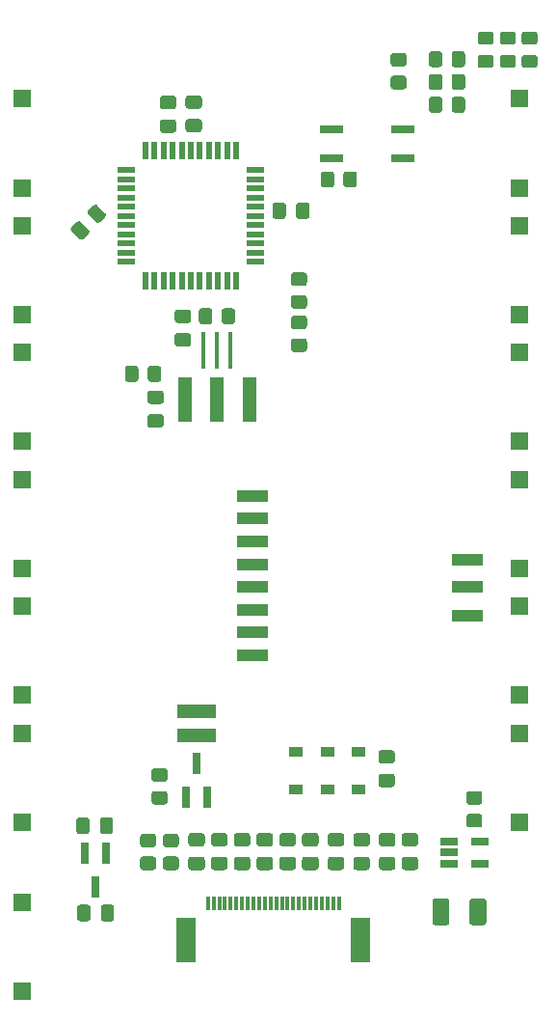
<source format=gbr>
%TF.GenerationSoftware,KiCad,Pcbnew,(5.1.9)-1*%
%TF.CreationDate,2021-03-13T07:57:55+01:00*%
%TF.ProjectId,HB-RC-12-EP-2,48422d52-432d-4313-922d-45502d322e6b,rev?*%
%TF.SameCoordinates,Original*%
%TF.FileFunction,Paste,Top*%
%TF.FilePolarity,Positive*%
%FSLAX46Y46*%
G04 Gerber Fmt 4.6, Leading zero omitted, Abs format (unit mm)*
G04 Created by KiCad (PCBNEW (5.1.9)-1) date 2021-03-13 07:57:55*
%MOMM*%
%LPD*%
G01*
G04 APERTURE LIST*
%ADD10R,0.800000X1.900000*%
%ADD11R,1.560000X0.650000*%
%ADD12R,1.200000X4.000000*%
%ADD13R,0.300000X1.300000*%
%ADD14R,1.800000X4.000000*%
%ADD15R,0.550000X1.500000*%
%ADD16R,1.500000X0.550000*%
%ADD17R,1.200000X0.900000*%
%ADD18R,2.000000X0.640000*%
%ADD19R,2.750000X1.000000*%
%ADD20R,1.500000X1.500000*%
%ADD21R,0.400000X3.200000*%
%ADD22R,3.400000X1.300000*%
G04 APERTURE END LIST*
D10*
%TO.C,Q2*%
X104850000Y-137800000D03*
X105800000Y-140800000D03*
X103900000Y-140800000D03*
%TD*%
%TO.C,U3*%
X95950000Y-148700000D03*
X95000000Y-145700000D03*
X96900000Y-145700000D03*
%TD*%
D11*
%TO.C,U4*%
X129750000Y-144700000D03*
X129750000Y-146600000D03*
X127050000Y-146600000D03*
X127050000Y-145650000D03*
X127050000Y-144700000D03*
%TD*%
D12*
%TO.C,Q3*%
X103800000Y-105900000D03*
X106650000Y-105900000D03*
X109500000Y-105900000D03*
%TD*%
D13*
%TO.C,J3*%
X117350000Y-150100000D03*
X116850000Y-150100000D03*
X116350000Y-150100000D03*
X115850000Y-150100000D03*
X115350000Y-150100000D03*
X114850000Y-150100000D03*
X114350000Y-150100000D03*
X113850000Y-150100000D03*
X113350000Y-150100000D03*
X112850000Y-150100000D03*
X112350000Y-150100000D03*
X111850000Y-150100000D03*
X111350000Y-150100000D03*
X110850000Y-150100000D03*
X110350000Y-150100000D03*
X109850000Y-150100000D03*
X109350000Y-150100000D03*
X108850000Y-150100000D03*
X108350000Y-150100000D03*
X107850000Y-150100000D03*
X107350000Y-150100000D03*
X106850000Y-150100000D03*
X106350000Y-150100000D03*
X105850000Y-150100000D03*
D14*
X103950000Y-153350000D03*
X119250000Y-153350000D03*
%TD*%
%TO.C,R10*%
G36*
G01*
X122149999Y-77500000D02*
X123050001Y-77500000D01*
G75*
G02*
X123300000Y-77749999I0J-249999D01*
G01*
X123300000Y-78450001D01*
G75*
G02*
X123050001Y-78700000I-249999J0D01*
G01*
X122149999Y-78700000D01*
G75*
G02*
X121900000Y-78450001I0J249999D01*
G01*
X121900000Y-77749999D01*
G75*
G02*
X122149999Y-77500000I249999J0D01*
G01*
G37*
G36*
G01*
X122149999Y-75500000D02*
X123050001Y-75500000D01*
G75*
G02*
X123300000Y-75749999I0J-249999D01*
G01*
X123300000Y-76450001D01*
G75*
G02*
X123050001Y-76700000I-249999J0D01*
G01*
X122149999Y-76700000D01*
G75*
G02*
X121900000Y-76450001I0J249999D01*
G01*
X121900000Y-75749999D01*
G75*
G02*
X122149999Y-75500000I249999J0D01*
G01*
G37*
%TD*%
%TO.C,C17*%
G36*
G01*
X94696121Y-90332517D02*
X95367483Y-91003879D01*
G75*
G02*
X95367483Y-91357821I-176971J-176971D01*
G01*
X94890575Y-91834729D01*
G75*
G02*
X94536633Y-91834729I-176971J176971D01*
G01*
X93865271Y-91163367D01*
G75*
G02*
X93865271Y-90809425I176971J176971D01*
G01*
X94342179Y-90332517D01*
G75*
G02*
X94696121Y-90332517I176971J-176971D01*
G01*
G37*
G36*
G01*
X96163173Y-88865076D02*
X96834924Y-89536827D01*
G75*
G02*
X96834924Y-89890381I-176777J-176777D01*
G01*
X96357627Y-90367678D01*
G75*
G02*
X96004073Y-90367678I-176777J176777D01*
G01*
X95332322Y-89695927D01*
G75*
G02*
X95332322Y-89342373I176777J176777D01*
G01*
X95809619Y-88865076D01*
G75*
G02*
X96163173Y-88865076I176777J-176777D01*
G01*
G37*
%TD*%
D15*
%TO.C,U1*%
X100350000Y-95500000D03*
X101150000Y-95500000D03*
X101950000Y-95500000D03*
X102750000Y-95500000D03*
X103550000Y-95500000D03*
X104350000Y-95500000D03*
X105150000Y-95500000D03*
X105950000Y-95500000D03*
X106750000Y-95500000D03*
X107550000Y-95500000D03*
X108350000Y-95500000D03*
D16*
X110050000Y-93800000D03*
X110050000Y-93000000D03*
X110050000Y-92200000D03*
X110050000Y-91400000D03*
X110050000Y-90600000D03*
X110050000Y-89800000D03*
X110050000Y-89000000D03*
X110050000Y-88200000D03*
X110050000Y-87400000D03*
X110050000Y-86600000D03*
X110050000Y-85800000D03*
D15*
X108350000Y-84100000D03*
X107550000Y-84100000D03*
X106750000Y-84100000D03*
X105950000Y-84100000D03*
X105150000Y-84100000D03*
X104350000Y-84100000D03*
X103550000Y-84100000D03*
X102750000Y-84100000D03*
X101950000Y-84100000D03*
X101150000Y-84100000D03*
X100350000Y-84100000D03*
D16*
X98650000Y-85800000D03*
X98650000Y-86600000D03*
X98650000Y-87400000D03*
X98650000Y-88200000D03*
X98650000Y-89000000D03*
X98650000Y-89800000D03*
X98650000Y-90600000D03*
X98650000Y-91400000D03*
X98650000Y-92200000D03*
X98650000Y-93000000D03*
X98650000Y-93800000D03*
%TD*%
%TO.C,R8*%
G36*
G01*
X102050001Y-139450000D02*
X101149999Y-139450000D01*
G75*
G02*
X100900000Y-139200001I0J249999D01*
G01*
X100900000Y-138499999D01*
G75*
G02*
X101149999Y-138250000I249999J0D01*
G01*
X102050001Y-138250000D01*
G75*
G02*
X102300000Y-138499999I0J-249999D01*
G01*
X102300000Y-139200001D01*
G75*
G02*
X102050001Y-139450000I-249999J0D01*
G01*
G37*
G36*
G01*
X102050001Y-141450000D02*
X101149999Y-141450000D01*
G75*
G02*
X100900000Y-141200001I0J249999D01*
G01*
X100900000Y-140499999D01*
G75*
G02*
X101149999Y-140250000I249999J0D01*
G01*
X102050001Y-140250000D01*
G75*
G02*
X102300000Y-140499999I0J-249999D01*
G01*
X102300000Y-141200001D01*
G75*
G02*
X102050001Y-141450000I-249999J0D01*
G01*
G37*
%TD*%
%TO.C,R8-2*%
G36*
G01*
X101050001Y-145200000D02*
X100149999Y-145200000D01*
G75*
G02*
X99900000Y-144950001I0J249999D01*
G01*
X99900000Y-144249999D01*
G75*
G02*
X100149999Y-144000000I249999J0D01*
G01*
X101050001Y-144000000D01*
G75*
G02*
X101300000Y-144249999I0J-249999D01*
G01*
X101300000Y-144950001D01*
G75*
G02*
X101050001Y-145200000I-249999J0D01*
G01*
G37*
G36*
G01*
X101050001Y-147200000D02*
X100149999Y-147200000D01*
G75*
G02*
X99900000Y-146950001I0J249999D01*
G01*
X99900000Y-146249999D01*
G75*
G02*
X100149999Y-146000000I249999J0D01*
G01*
X101050001Y-146000000D01*
G75*
G02*
X101300000Y-146249999I0J-249999D01*
G01*
X101300000Y-146950001D01*
G75*
G02*
X101050001Y-147200000I-249999J0D01*
G01*
G37*
%TD*%
%TO.C,C4*%
G36*
G01*
X111325000Y-145112500D02*
X110375000Y-145112500D01*
G75*
G02*
X110125000Y-144862500I0J250000D01*
G01*
X110125000Y-144187500D01*
G75*
G02*
X110375000Y-143937500I250000J0D01*
G01*
X111325000Y-143937500D01*
G75*
G02*
X111575000Y-144187500I0J-250000D01*
G01*
X111575000Y-144862500D01*
G75*
G02*
X111325000Y-145112500I-250000J0D01*
G01*
G37*
G36*
G01*
X111325000Y-147187500D02*
X110375000Y-147187500D01*
G75*
G02*
X110125000Y-146937500I0J250000D01*
G01*
X110125000Y-146262500D01*
G75*
G02*
X110375000Y-146012500I250000J0D01*
G01*
X111325000Y-146012500D01*
G75*
G02*
X111575000Y-146262500I0J-250000D01*
G01*
X111575000Y-146937500D01*
G75*
G02*
X111325000Y-147187500I-250000J0D01*
G01*
G37*
%TD*%
D17*
%TO.C,D5*%
X119100000Y-140100000D03*
X119100000Y-136800000D03*
%TD*%
%TO.C,D4*%
X116350000Y-136800000D03*
X116350000Y-140100000D03*
%TD*%
%TO.C,R12*%
G36*
G01*
X106250000Y-98149999D02*
X106250000Y-99050001D01*
G75*
G02*
X106000001Y-99300000I-249999J0D01*
G01*
X105299999Y-99300000D01*
G75*
G02*
X105050000Y-99050001I0J249999D01*
G01*
X105050000Y-98149999D01*
G75*
G02*
X105299999Y-97900000I249999J0D01*
G01*
X106000001Y-97900000D01*
G75*
G02*
X106250000Y-98149999I0J-249999D01*
G01*
G37*
G36*
G01*
X108250000Y-98149999D02*
X108250000Y-99050001D01*
G75*
G02*
X108000001Y-99300000I-249999J0D01*
G01*
X107299999Y-99300000D01*
G75*
G02*
X107050000Y-99050001I0J249999D01*
G01*
X107050000Y-98149999D01*
G75*
G02*
X107299999Y-97900000I249999J0D01*
G01*
X108000001Y-97900000D01*
G75*
G02*
X108250000Y-98149999I0J-249999D01*
G01*
G37*
%TD*%
D18*
%TO.C,U5*%
X116700000Y-84720000D03*
X116700000Y-82180000D03*
X123000000Y-82180000D03*
X123000000Y-84720000D03*
%TD*%
D19*
%TO.C,U2*%
X109750000Y-128350000D03*
X109750000Y-126350000D03*
X109750000Y-124350000D03*
X128650000Y-124850000D03*
X109750000Y-122350000D03*
X128650000Y-122350000D03*
X109750000Y-120350000D03*
X128650000Y-119950000D03*
X109750000Y-118350000D03*
X109750000Y-116350000D03*
X109750000Y-114350000D03*
%TD*%
D20*
%TO.C,SW13*%
X89500000Y-150000000D03*
X89500000Y-157800000D03*
%TD*%
%TO.C,SW12*%
X133200000Y-135180000D03*
X133200000Y-142980000D03*
%TD*%
%TO.C,SW11*%
X133200000Y-131850000D03*
X133200000Y-124050000D03*
%TD*%
%TO.C,SW10*%
X133200000Y-112920000D03*
X133200000Y-120720000D03*
%TD*%
%TO.C,SW9*%
X133200000Y-101790000D03*
X133200000Y-109590000D03*
%TD*%
%TO.C,SW8*%
X133200000Y-90660000D03*
X133200000Y-98460000D03*
%TD*%
%TO.C,SW7*%
X133200000Y-87330000D03*
X133200000Y-79530000D03*
%TD*%
%TO.C,SW6*%
X89500000Y-135200000D03*
X89500000Y-143000000D03*
%TD*%
%TO.C,SW5*%
X89500000Y-124050000D03*
X89500000Y-131850000D03*
%TD*%
%TO.C,SW4*%
X89500000Y-112920000D03*
X89500000Y-120720000D03*
%TD*%
%TO.C,SW3*%
X89500000Y-101790000D03*
X89500000Y-109590000D03*
%TD*%
%TO.C,SW2*%
X89500000Y-90660000D03*
X89500000Y-98460000D03*
%TD*%
%TO.C,SW1*%
X89500000Y-79530000D03*
X89500000Y-87330000D03*
%TD*%
%TO.C,R8-1*%
G36*
G01*
X103050001Y-145200000D02*
X102149999Y-145200000D01*
G75*
G02*
X101900000Y-144950001I0J249999D01*
G01*
X101900000Y-144249999D01*
G75*
G02*
X102149999Y-144000000I249999J0D01*
G01*
X103050001Y-144000000D01*
G75*
G02*
X103300000Y-144249999I0J-249999D01*
G01*
X103300000Y-144950001D01*
G75*
G02*
X103050001Y-145200000I-249999J0D01*
G01*
G37*
G36*
G01*
X103050001Y-147200000D02*
X102149999Y-147200000D01*
G75*
G02*
X101900000Y-146950001I0J249999D01*
G01*
X101900000Y-146249999D01*
G75*
G02*
X102149999Y-146000000I249999J0D01*
G01*
X103050001Y-146000000D01*
G75*
G02*
X103300000Y-146249999I0J-249999D01*
G01*
X103300000Y-146950001D01*
G75*
G02*
X103050001Y-147200000I-249999J0D01*
G01*
G37*
%TD*%
%TO.C,R13*%
G36*
G01*
X116950000Y-86149999D02*
X116950000Y-87050001D01*
G75*
G02*
X116700001Y-87300000I-249999J0D01*
G01*
X115999999Y-87300000D01*
G75*
G02*
X115750000Y-87050001I0J249999D01*
G01*
X115750000Y-86149999D01*
G75*
G02*
X115999999Y-85900000I249999J0D01*
G01*
X116700001Y-85900000D01*
G75*
G02*
X116950000Y-86149999I0J-249999D01*
G01*
G37*
G36*
G01*
X118950000Y-86149999D02*
X118950000Y-87050001D01*
G75*
G02*
X118700001Y-87300000I-249999J0D01*
G01*
X117999999Y-87300000D01*
G75*
G02*
X117750000Y-87050001I0J249999D01*
G01*
X117750000Y-86149999D01*
G75*
G02*
X117999999Y-85900000I249999J0D01*
G01*
X118700001Y-85900000D01*
G75*
G02*
X118950000Y-86149999I0J-249999D01*
G01*
G37*
%TD*%
%TO.C,R11*%
G36*
G01*
X127250000Y-76500001D02*
X127250000Y-75599999D01*
G75*
G02*
X127499999Y-75350000I249999J0D01*
G01*
X128200001Y-75350000D01*
G75*
G02*
X128450000Y-75599999I0J-249999D01*
G01*
X128450000Y-76500001D01*
G75*
G02*
X128200001Y-76750000I-249999J0D01*
G01*
X127499999Y-76750000D01*
G75*
G02*
X127250000Y-76500001I0J249999D01*
G01*
G37*
G36*
G01*
X125250000Y-76500001D02*
X125250000Y-75599999D01*
G75*
G02*
X125499999Y-75350000I249999J0D01*
G01*
X126200001Y-75350000D01*
G75*
G02*
X126450000Y-75599999I0J-249999D01*
G01*
X126450000Y-76500001D01*
G75*
G02*
X126200001Y-76750000I-249999J0D01*
G01*
X125499999Y-76750000D01*
G75*
G02*
X125250000Y-76500001I0J249999D01*
G01*
G37*
%TD*%
%TO.C,R9*%
G36*
G01*
X129700001Y-141450000D02*
X128799999Y-141450000D01*
G75*
G02*
X128550000Y-141200001I0J249999D01*
G01*
X128550000Y-140499999D01*
G75*
G02*
X128799999Y-140250000I249999J0D01*
G01*
X129700001Y-140250000D01*
G75*
G02*
X129950000Y-140499999I0J-249999D01*
G01*
X129950000Y-141200001D01*
G75*
G02*
X129700001Y-141450000I-249999J0D01*
G01*
G37*
G36*
G01*
X129700001Y-143450000D02*
X128799999Y-143450000D01*
G75*
G02*
X128550000Y-143200001I0J249999D01*
G01*
X128550000Y-142499999D01*
G75*
G02*
X128799999Y-142250000I249999J0D01*
G01*
X129700001Y-142250000D01*
G75*
G02*
X129950000Y-142499999I0J-249999D01*
G01*
X129950000Y-143200001D01*
G75*
G02*
X129700001Y-143450000I-249999J0D01*
G01*
G37*
%TD*%
%TO.C,R5*%
G36*
G01*
X114300001Y-95950000D02*
X113399999Y-95950000D01*
G75*
G02*
X113150000Y-95700001I0J249999D01*
G01*
X113150000Y-94999999D01*
G75*
G02*
X113399999Y-94750000I249999J0D01*
G01*
X114300001Y-94750000D01*
G75*
G02*
X114550000Y-94999999I0J-249999D01*
G01*
X114550000Y-95700001D01*
G75*
G02*
X114300001Y-95950000I-249999J0D01*
G01*
G37*
G36*
G01*
X114300001Y-97950000D02*
X113399999Y-97950000D01*
G75*
G02*
X113150000Y-97700001I0J249999D01*
G01*
X113150000Y-96999999D01*
G75*
G02*
X113399999Y-96750000I249999J0D01*
G01*
X114300001Y-96750000D01*
G75*
G02*
X114550000Y-96999999I0J-249999D01*
G01*
X114550000Y-97700001D01*
G75*
G02*
X114300001Y-97950000I-249999J0D01*
G01*
G37*
%TD*%
%TO.C,R4*%
G36*
G01*
X114300001Y-99750000D02*
X113399999Y-99750000D01*
G75*
G02*
X113150000Y-99500001I0J249999D01*
G01*
X113150000Y-98799999D01*
G75*
G02*
X113399999Y-98550000I249999J0D01*
G01*
X114300001Y-98550000D01*
G75*
G02*
X114550000Y-98799999I0J-249999D01*
G01*
X114550000Y-99500001D01*
G75*
G02*
X114300001Y-99750000I-249999J0D01*
G01*
G37*
G36*
G01*
X114300001Y-101750000D02*
X113399999Y-101750000D01*
G75*
G02*
X113150000Y-101500001I0J249999D01*
G01*
X113150000Y-100799999D01*
G75*
G02*
X113399999Y-100550000I249999J0D01*
G01*
X114300001Y-100550000D01*
G75*
G02*
X114550000Y-100799999I0J-249999D01*
G01*
X114550000Y-101500001D01*
G75*
G02*
X114300001Y-101750000I-249999J0D01*
G01*
G37*
%TD*%
%TO.C,R3*%
G36*
G01*
X100550000Y-104100001D02*
X100550000Y-103199999D01*
G75*
G02*
X100799999Y-102950000I249999J0D01*
G01*
X101500001Y-102950000D01*
G75*
G02*
X101750000Y-103199999I0J-249999D01*
G01*
X101750000Y-104100001D01*
G75*
G02*
X101500001Y-104350000I-249999J0D01*
G01*
X100799999Y-104350000D01*
G75*
G02*
X100550000Y-104100001I0J249999D01*
G01*
G37*
G36*
G01*
X98550000Y-104100001D02*
X98550000Y-103199999D01*
G75*
G02*
X98799999Y-102950000I249999J0D01*
G01*
X99500001Y-102950000D01*
G75*
G02*
X99750000Y-103199999I0J-249999D01*
G01*
X99750000Y-104100001D01*
G75*
G02*
X99500001Y-104350000I-249999J0D01*
G01*
X98799999Y-104350000D01*
G75*
G02*
X98550000Y-104100001I0J249999D01*
G01*
G37*
%TD*%
%TO.C,R2*%
G36*
G01*
X127250000Y-78500001D02*
X127250000Y-77599999D01*
G75*
G02*
X127499999Y-77350000I249999J0D01*
G01*
X128200001Y-77350000D01*
G75*
G02*
X128450000Y-77599999I0J-249999D01*
G01*
X128450000Y-78500001D01*
G75*
G02*
X128200001Y-78750000I-249999J0D01*
G01*
X127499999Y-78750000D01*
G75*
G02*
X127250000Y-78500001I0J249999D01*
G01*
G37*
G36*
G01*
X125250000Y-78500001D02*
X125250000Y-77599999D01*
G75*
G02*
X125499999Y-77350000I249999J0D01*
G01*
X126200001Y-77350000D01*
G75*
G02*
X126450000Y-77599999I0J-249999D01*
G01*
X126450000Y-78500001D01*
G75*
G02*
X126200001Y-78750000I-249999J0D01*
G01*
X125499999Y-78750000D01*
G75*
G02*
X125250000Y-78500001I0J249999D01*
G01*
G37*
%TD*%
%TO.C,R1*%
G36*
G01*
X127250000Y-80500001D02*
X127250000Y-79599999D01*
G75*
G02*
X127499999Y-79350000I249999J0D01*
G01*
X128200001Y-79350000D01*
G75*
G02*
X128450000Y-79599999I0J-249999D01*
G01*
X128450000Y-80500001D01*
G75*
G02*
X128200001Y-80750000I-249999J0D01*
G01*
X127499999Y-80750000D01*
G75*
G02*
X127250000Y-80500001I0J249999D01*
G01*
G37*
G36*
G01*
X125250000Y-80500001D02*
X125250000Y-79599999D01*
G75*
G02*
X125499999Y-79350000I249999J0D01*
G01*
X126200001Y-79350000D01*
G75*
G02*
X126450000Y-79599999I0J-249999D01*
G01*
X126450000Y-80500001D01*
G75*
G02*
X126200001Y-80750000I-249999J0D01*
G01*
X125499999Y-80750000D01*
G75*
G02*
X125250000Y-80500001I0J249999D01*
G01*
G37*
%TD*%
D21*
%TO.C,Q1*%
X105450000Y-101600000D03*
X106650000Y-101600000D03*
X107850000Y-101600000D03*
%TD*%
D22*
%TO.C,L1*%
X104850000Y-135350000D03*
X104850000Y-133250000D03*
%TD*%
%TO.C,D6*%
G36*
G01*
X130700001Y-74775000D02*
X129799999Y-74775000D01*
G75*
G02*
X129550000Y-74525001I0J249999D01*
G01*
X129550000Y-73874999D01*
G75*
G02*
X129799999Y-73625000I249999J0D01*
G01*
X130700001Y-73625000D01*
G75*
G02*
X130950000Y-73874999I0J-249999D01*
G01*
X130950000Y-74525001D01*
G75*
G02*
X130700001Y-74775000I-249999J0D01*
G01*
G37*
G36*
G01*
X130700001Y-76825000D02*
X129799999Y-76825000D01*
G75*
G02*
X129550000Y-76575001I0J249999D01*
G01*
X129550000Y-75924999D01*
G75*
G02*
X129799999Y-75675000I249999J0D01*
G01*
X130700001Y-75675000D01*
G75*
G02*
X130950000Y-75924999I0J-249999D01*
G01*
X130950000Y-76575001D01*
G75*
G02*
X130700001Y-76825000I-249999J0D01*
G01*
G37*
%TD*%
D17*
%TO.C,D3*%
X113600000Y-136800000D03*
X113600000Y-140100000D03*
%TD*%
%TO.C,D2*%
G36*
G01*
X131749999Y-73625000D02*
X132650001Y-73625000D01*
G75*
G02*
X132900000Y-73874999I0J-249999D01*
G01*
X132900000Y-74525001D01*
G75*
G02*
X132650001Y-74775000I-249999J0D01*
G01*
X131749999Y-74775000D01*
G75*
G02*
X131500000Y-74525001I0J249999D01*
G01*
X131500000Y-73874999D01*
G75*
G02*
X131749999Y-73625000I249999J0D01*
G01*
G37*
G36*
G01*
X131749999Y-75675000D02*
X132650001Y-75675000D01*
G75*
G02*
X132900000Y-75924999I0J-249999D01*
G01*
X132900000Y-76575001D01*
G75*
G02*
X132650001Y-76825000I-249999J0D01*
G01*
X131749999Y-76825000D01*
G75*
G02*
X131500000Y-76575001I0J249999D01*
G01*
X131500000Y-75924999D01*
G75*
G02*
X131749999Y-75675000I249999J0D01*
G01*
G37*
%TD*%
%TO.C,D1*%
G36*
G01*
X133649999Y-73625000D02*
X134550001Y-73625000D01*
G75*
G02*
X134800000Y-73874999I0J-249999D01*
G01*
X134800000Y-74525001D01*
G75*
G02*
X134550001Y-74775000I-249999J0D01*
G01*
X133649999Y-74775000D01*
G75*
G02*
X133400000Y-74525001I0J249999D01*
G01*
X133400000Y-73874999D01*
G75*
G02*
X133649999Y-73625000I249999J0D01*
G01*
G37*
G36*
G01*
X133649999Y-75675000D02*
X134550001Y-75675000D01*
G75*
G02*
X134800000Y-75924999I0J-249999D01*
G01*
X134800000Y-76575001D01*
G75*
G02*
X134550001Y-76825000I-249999J0D01*
G01*
X133649999Y-76825000D01*
G75*
G02*
X133400000Y-76575001I0J249999D01*
G01*
X133400000Y-75924999D01*
G75*
G02*
X133649999Y-75675000I249999J0D01*
G01*
G37*
%TD*%
%TO.C,C20*%
G36*
G01*
X96350000Y-143775000D02*
X96350000Y-142825000D01*
G75*
G02*
X96600000Y-142575000I250000J0D01*
G01*
X97275000Y-142575000D01*
G75*
G02*
X97525000Y-142825000I0J-250000D01*
G01*
X97525000Y-143775000D01*
G75*
G02*
X97275000Y-144025000I-250000J0D01*
G01*
X96600000Y-144025000D01*
G75*
G02*
X96350000Y-143775000I0J250000D01*
G01*
G37*
G36*
G01*
X94275000Y-143775000D02*
X94275000Y-142825000D01*
G75*
G02*
X94525000Y-142575000I250000J0D01*
G01*
X95200000Y-142575000D01*
G75*
G02*
X95450000Y-142825000I0J-250000D01*
G01*
X95450000Y-143775000D01*
G75*
G02*
X95200000Y-144025000I-250000J0D01*
G01*
X94525000Y-144025000D01*
G75*
G02*
X94275000Y-143775000I0J250000D01*
G01*
G37*
%TD*%
%TO.C,C19*%
G36*
G01*
X95537500Y-150475000D02*
X95537500Y-151425000D01*
G75*
G02*
X95287500Y-151675000I-250000J0D01*
G01*
X94612500Y-151675000D01*
G75*
G02*
X94362500Y-151425000I0J250000D01*
G01*
X94362500Y-150475000D01*
G75*
G02*
X94612500Y-150225000I250000J0D01*
G01*
X95287500Y-150225000D01*
G75*
G02*
X95537500Y-150475000I0J-250000D01*
G01*
G37*
G36*
G01*
X97612500Y-150475000D02*
X97612500Y-151425000D01*
G75*
G02*
X97362500Y-151675000I-250000J0D01*
G01*
X96687500Y-151675000D01*
G75*
G02*
X96437500Y-151425000I0J250000D01*
G01*
X96437500Y-150475000D01*
G75*
G02*
X96687500Y-150225000I250000J0D01*
G01*
X97362500Y-150225000D01*
G75*
G02*
X97612500Y-150475000I0J-250000D01*
G01*
G37*
%TD*%
%TO.C,C18*%
G36*
G01*
X127075000Y-149925000D02*
X127075000Y-151775000D01*
G75*
G02*
X126825000Y-152025000I-250000J0D01*
G01*
X125825000Y-152025000D01*
G75*
G02*
X125575000Y-151775000I0J250000D01*
G01*
X125575000Y-149925000D01*
G75*
G02*
X125825000Y-149675000I250000J0D01*
G01*
X126825000Y-149675000D01*
G75*
G02*
X127075000Y-149925000I0J-250000D01*
G01*
G37*
G36*
G01*
X130325000Y-149925000D02*
X130325000Y-151775000D01*
G75*
G02*
X130075000Y-152025000I-250000J0D01*
G01*
X129075000Y-152025000D01*
G75*
G02*
X128825000Y-151775000I0J250000D01*
G01*
X128825000Y-149925000D01*
G75*
G02*
X129075000Y-149675000I250000J0D01*
G01*
X130075000Y-149675000D01*
G75*
G02*
X130325000Y-149925000I0J-250000D01*
G01*
G37*
%TD*%
%TO.C,C16*%
G36*
G01*
X105075000Y-80400000D02*
X104125000Y-80400000D01*
G75*
G02*
X103875000Y-80150000I0J250000D01*
G01*
X103875000Y-79475000D01*
G75*
G02*
X104125000Y-79225000I250000J0D01*
G01*
X105075000Y-79225000D01*
G75*
G02*
X105325000Y-79475000I0J-250000D01*
G01*
X105325000Y-80150000D01*
G75*
G02*
X105075000Y-80400000I-250000J0D01*
G01*
G37*
G36*
G01*
X105075000Y-82475000D02*
X104125000Y-82475000D01*
G75*
G02*
X103875000Y-82225000I0J250000D01*
G01*
X103875000Y-81550000D01*
G75*
G02*
X104125000Y-81300000I250000J0D01*
G01*
X105075000Y-81300000D01*
G75*
G02*
X105325000Y-81550000I0J-250000D01*
G01*
X105325000Y-82225000D01*
G75*
G02*
X105075000Y-82475000I-250000J0D01*
G01*
G37*
%TD*%
%TO.C,C15*%
G36*
G01*
X113600000Y-89825000D02*
X113600000Y-88875000D01*
G75*
G02*
X113850000Y-88625000I250000J0D01*
G01*
X114525000Y-88625000D01*
G75*
G02*
X114775000Y-88875000I0J-250000D01*
G01*
X114775000Y-89825000D01*
G75*
G02*
X114525000Y-90075000I-250000J0D01*
G01*
X113850000Y-90075000D01*
G75*
G02*
X113600000Y-89825000I0J250000D01*
G01*
G37*
G36*
G01*
X111525000Y-89825000D02*
X111525000Y-88875000D01*
G75*
G02*
X111775000Y-88625000I250000J0D01*
G01*
X112450000Y-88625000D01*
G75*
G02*
X112700000Y-88875000I0J-250000D01*
G01*
X112700000Y-89825000D01*
G75*
G02*
X112450000Y-90075000I-250000J0D01*
G01*
X111775000Y-90075000D01*
G75*
G02*
X111525000Y-89825000I0J250000D01*
G01*
G37*
%TD*%
%TO.C,C14*%
G36*
G01*
X103175000Y-100087500D02*
X104125000Y-100087500D01*
G75*
G02*
X104375000Y-100337500I0J-250000D01*
G01*
X104375000Y-101012500D01*
G75*
G02*
X104125000Y-101262500I-250000J0D01*
G01*
X103175000Y-101262500D01*
G75*
G02*
X102925000Y-101012500I0J250000D01*
G01*
X102925000Y-100337500D01*
G75*
G02*
X103175000Y-100087500I250000J0D01*
G01*
G37*
G36*
G01*
X103175000Y-98012500D02*
X104125000Y-98012500D01*
G75*
G02*
X104375000Y-98262500I0J-250000D01*
G01*
X104375000Y-98937500D01*
G75*
G02*
X104125000Y-99187500I-250000J0D01*
G01*
X103175000Y-99187500D01*
G75*
G02*
X102925000Y-98937500I0J250000D01*
G01*
X102925000Y-98262500D01*
G75*
G02*
X103175000Y-98012500I250000J0D01*
G01*
G37*
%TD*%
%TO.C,C13*%
G36*
G01*
X121125000Y-146012500D02*
X122075000Y-146012500D01*
G75*
G02*
X122325000Y-146262500I0J-250000D01*
G01*
X122325000Y-146937500D01*
G75*
G02*
X122075000Y-147187500I-250000J0D01*
G01*
X121125000Y-147187500D01*
G75*
G02*
X120875000Y-146937500I0J250000D01*
G01*
X120875000Y-146262500D01*
G75*
G02*
X121125000Y-146012500I250000J0D01*
G01*
G37*
G36*
G01*
X121125000Y-143937500D02*
X122075000Y-143937500D01*
G75*
G02*
X122325000Y-144187500I0J-250000D01*
G01*
X122325000Y-144862500D01*
G75*
G02*
X122075000Y-145112500I-250000J0D01*
G01*
X121125000Y-145112500D01*
G75*
G02*
X120875000Y-144862500I0J250000D01*
G01*
X120875000Y-144187500D01*
G75*
G02*
X121125000Y-143937500I250000J0D01*
G01*
G37*
%TD*%
%TO.C,C12*%
G36*
G01*
X117575000Y-145112500D02*
X116625000Y-145112500D01*
G75*
G02*
X116375000Y-144862500I0J250000D01*
G01*
X116375000Y-144187500D01*
G75*
G02*
X116625000Y-143937500I250000J0D01*
G01*
X117575000Y-143937500D01*
G75*
G02*
X117825000Y-144187500I0J-250000D01*
G01*
X117825000Y-144862500D01*
G75*
G02*
X117575000Y-145112500I-250000J0D01*
G01*
G37*
G36*
G01*
X117575000Y-147187500D02*
X116625000Y-147187500D01*
G75*
G02*
X116375000Y-146937500I0J250000D01*
G01*
X116375000Y-146262500D01*
G75*
G02*
X116625000Y-146012500I250000J0D01*
G01*
X117575000Y-146012500D01*
G75*
G02*
X117825000Y-146262500I0J-250000D01*
G01*
X117825000Y-146937500D01*
G75*
G02*
X117575000Y-147187500I-250000J0D01*
G01*
G37*
%TD*%
%TO.C,C11*%
G36*
G01*
X122025000Y-137837500D02*
X121075000Y-137837500D01*
G75*
G02*
X120825000Y-137587500I0J250000D01*
G01*
X120825000Y-136912500D01*
G75*
G02*
X121075000Y-136662500I250000J0D01*
G01*
X122025000Y-136662500D01*
G75*
G02*
X122275000Y-136912500I0J-250000D01*
G01*
X122275000Y-137587500D01*
G75*
G02*
X122025000Y-137837500I-250000J0D01*
G01*
G37*
G36*
G01*
X122025000Y-139912500D02*
X121075000Y-139912500D01*
G75*
G02*
X120825000Y-139662500I0J250000D01*
G01*
X120825000Y-138987500D01*
G75*
G02*
X121075000Y-138737500I250000J0D01*
G01*
X122025000Y-138737500D01*
G75*
G02*
X122275000Y-138987500I0J-250000D01*
G01*
X122275000Y-139662500D01*
G75*
G02*
X122025000Y-139912500I-250000J0D01*
G01*
G37*
%TD*%
%TO.C,C10*%
G36*
G01*
X107325000Y-145112500D02*
X106375000Y-145112500D01*
G75*
G02*
X106125000Y-144862500I0J250000D01*
G01*
X106125000Y-144187500D01*
G75*
G02*
X106375000Y-143937500I250000J0D01*
G01*
X107325000Y-143937500D01*
G75*
G02*
X107575000Y-144187500I0J-250000D01*
G01*
X107575000Y-144862500D01*
G75*
G02*
X107325000Y-145112500I-250000J0D01*
G01*
G37*
G36*
G01*
X107325000Y-147187500D02*
X106375000Y-147187500D01*
G75*
G02*
X106125000Y-146937500I0J250000D01*
G01*
X106125000Y-146262500D01*
G75*
G02*
X106375000Y-146012500I250000J0D01*
G01*
X107325000Y-146012500D01*
G75*
G02*
X107575000Y-146262500I0J-250000D01*
G01*
X107575000Y-146937500D01*
G75*
G02*
X107325000Y-147187500I-250000J0D01*
G01*
G37*
%TD*%
%TO.C,C9*%
G36*
G01*
X105325000Y-145112500D02*
X104375000Y-145112500D01*
G75*
G02*
X104125000Y-144862500I0J250000D01*
G01*
X104125000Y-144187500D01*
G75*
G02*
X104375000Y-143937500I250000J0D01*
G01*
X105325000Y-143937500D01*
G75*
G02*
X105575000Y-144187500I0J-250000D01*
G01*
X105575000Y-144862500D01*
G75*
G02*
X105325000Y-145112500I-250000J0D01*
G01*
G37*
G36*
G01*
X105325000Y-147187500D02*
X104375000Y-147187500D01*
G75*
G02*
X104125000Y-146937500I0J250000D01*
G01*
X104125000Y-146262500D01*
G75*
G02*
X104375000Y-146012500I250000J0D01*
G01*
X105325000Y-146012500D01*
G75*
G02*
X105575000Y-146262500I0J-250000D01*
G01*
X105575000Y-146937500D01*
G75*
G02*
X105325000Y-147187500I-250000J0D01*
G01*
G37*
%TD*%
%TO.C,C8*%
G36*
G01*
X124075000Y-145112500D02*
X123125000Y-145112500D01*
G75*
G02*
X122875000Y-144862500I0J250000D01*
G01*
X122875000Y-144187500D01*
G75*
G02*
X123125000Y-143937500I250000J0D01*
G01*
X124075000Y-143937500D01*
G75*
G02*
X124325000Y-144187500I0J-250000D01*
G01*
X124325000Y-144862500D01*
G75*
G02*
X124075000Y-145112500I-250000J0D01*
G01*
G37*
G36*
G01*
X124075000Y-147187500D02*
X123125000Y-147187500D01*
G75*
G02*
X122875000Y-146937500I0J250000D01*
G01*
X122875000Y-146262500D01*
G75*
G02*
X123125000Y-146012500I250000J0D01*
G01*
X124075000Y-146012500D01*
G75*
G02*
X124325000Y-146262500I0J-250000D01*
G01*
X124325000Y-146937500D01*
G75*
G02*
X124075000Y-147187500I-250000J0D01*
G01*
G37*
%TD*%
%TO.C,C7*%
G36*
G01*
X119825000Y-145112500D02*
X118875000Y-145112500D01*
G75*
G02*
X118625000Y-144862500I0J250000D01*
G01*
X118625000Y-144187500D01*
G75*
G02*
X118875000Y-143937500I250000J0D01*
G01*
X119825000Y-143937500D01*
G75*
G02*
X120075000Y-144187500I0J-250000D01*
G01*
X120075000Y-144862500D01*
G75*
G02*
X119825000Y-145112500I-250000J0D01*
G01*
G37*
G36*
G01*
X119825000Y-147187500D02*
X118875000Y-147187500D01*
G75*
G02*
X118625000Y-146937500I0J250000D01*
G01*
X118625000Y-146262500D01*
G75*
G02*
X118875000Y-146012500I250000J0D01*
G01*
X119825000Y-146012500D01*
G75*
G02*
X120075000Y-146262500I0J-250000D01*
G01*
X120075000Y-146937500D01*
G75*
G02*
X119825000Y-147187500I-250000J0D01*
G01*
G37*
%TD*%
%TO.C,C6*%
G36*
G01*
X115325000Y-145112500D02*
X114375000Y-145112500D01*
G75*
G02*
X114125000Y-144862500I0J250000D01*
G01*
X114125000Y-144187500D01*
G75*
G02*
X114375000Y-143937500I250000J0D01*
G01*
X115325000Y-143937500D01*
G75*
G02*
X115575000Y-144187500I0J-250000D01*
G01*
X115575000Y-144862500D01*
G75*
G02*
X115325000Y-145112500I-250000J0D01*
G01*
G37*
G36*
G01*
X115325000Y-147187500D02*
X114375000Y-147187500D01*
G75*
G02*
X114125000Y-146937500I0J250000D01*
G01*
X114125000Y-146262500D01*
G75*
G02*
X114375000Y-146012500I250000J0D01*
G01*
X115325000Y-146012500D01*
G75*
G02*
X115575000Y-146262500I0J-250000D01*
G01*
X115575000Y-146937500D01*
G75*
G02*
X115325000Y-147187500I-250000J0D01*
G01*
G37*
%TD*%
%TO.C,C5*%
G36*
G01*
X113325000Y-145112500D02*
X112375000Y-145112500D01*
G75*
G02*
X112125000Y-144862500I0J250000D01*
G01*
X112125000Y-144187500D01*
G75*
G02*
X112375000Y-143937500I250000J0D01*
G01*
X113325000Y-143937500D01*
G75*
G02*
X113575000Y-144187500I0J-250000D01*
G01*
X113575000Y-144862500D01*
G75*
G02*
X113325000Y-145112500I-250000J0D01*
G01*
G37*
G36*
G01*
X113325000Y-147187500D02*
X112375000Y-147187500D01*
G75*
G02*
X112125000Y-146937500I0J250000D01*
G01*
X112125000Y-146262500D01*
G75*
G02*
X112375000Y-146012500I250000J0D01*
G01*
X113325000Y-146012500D01*
G75*
G02*
X113575000Y-146262500I0J-250000D01*
G01*
X113575000Y-146937500D01*
G75*
G02*
X113325000Y-147187500I-250000J0D01*
G01*
G37*
%TD*%
%TO.C,C3*%
G36*
G01*
X109325000Y-145112500D02*
X108375000Y-145112500D01*
G75*
G02*
X108125000Y-144862500I0J250000D01*
G01*
X108125000Y-144187500D01*
G75*
G02*
X108375000Y-143937500I250000J0D01*
G01*
X109325000Y-143937500D01*
G75*
G02*
X109575000Y-144187500I0J-250000D01*
G01*
X109575000Y-144862500D01*
G75*
G02*
X109325000Y-145112500I-250000J0D01*
G01*
G37*
G36*
G01*
X109325000Y-147187500D02*
X108375000Y-147187500D01*
G75*
G02*
X108125000Y-146937500I0J250000D01*
G01*
X108125000Y-146262500D01*
G75*
G02*
X108375000Y-146012500I250000J0D01*
G01*
X109325000Y-146012500D01*
G75*
G02*
X109575000Y-146262500I0J-250000D01*
G01*
X109575000Y-146937500D01*
G75*
G02*
X109325000Y-147187500I-250000J0D01*
G01*
G37*
%TD*%
%TO.C,C2*%
G36*
G01*
X102825000Y-80437500D02*
X101875000Y-80437500D01*
G75*
G02*
X101625000Y-80187500I0J250000D01*
G01*
X101625000Y-79512500D01*
G75*
G02*
X101875000Y-79262500I250000J0D01*
G01*
X102825000Y-79262500D01*
G75*
G02*
X103075000Y-79512500I0J-250000D01*
G01*
X103075000Y-80187500D01*
G75*
G02*
X102825000Y-80437500I-250000J0D01*
G01*
G37*
G36*
G01*
X102825000Y-82512500D02*
X101875000Y-82512500D01*
G75*
G02*
X101625000Y-82262500I0J250000D01*
G01*
X101625000Y-81587500D01*
G75*
G02*
X101875000Y-81337500I250000J0D01*
G01*
X102825000Y-81337500D01*
G75*
G02*
X103075000Y-81587500I0J-250000D01*
G01*
X103075000Y-82262500D01*
G75*
G02*
X102825000Y-82512500I-250000J0D01*
G01*
G37*
%TD*%
%TO.C,C1*%
G36*
G01*
X100775000Y-107200000D02*
X101725000Y-107200000D01*
G75*
G02*
X101975000Y-107450000I0J-250000D01*
G01*
X101975000Y-108125000D01*
G75*
G02*
X101725000Y-108375000I-250000J0D01*
G01*
X100775000Y-108375000D01*
G75*
G02*
X100525000Y-108125000I0J250000D01*
G01*
X100525000Y-107450000D01*
G75*
G02*
X100775000Y-107200000I250000J0D01*
G01*
G37*
G36*
G01*
X100775000Y-105125000D02*
X101725000Y-105125000D01*
G75*
G02*
X101975000Y-105375000I0J-250000D01*
G01*
X101975000Y-106050000D01*
G75*
G02*
X101725000Y-106300000I-250000J0D01*
G01*
X100775000Y-106300000D01*
G75*
G02*
X100525000Y-106050000I0J250000D01*
G01*
X100525000Y-105375000D01*
G75*
G02*
X100775000Y-105125000I250000J0D01*
G01*
G37*
%TD*%
M02*

</source>
